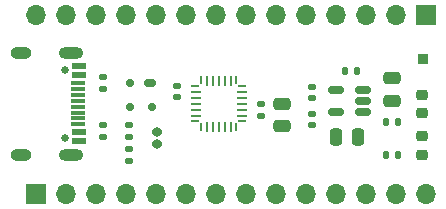
<source format=gbr>
%TF.GenerationSoftware,KiCad,Pcbnew,8.0.8*%
%TF.CreationDate,2025-02-10T14:02:50+00:00*%
%TF.ProjectId,stm32c071devboard,73746d33-3263-4303-9731-646576626f61,rev?*%
%TF.SameCoordinates,Original*%
%TF.FileFunction,Soldermask,Top*%
%TF.FilePolarity,Negative*%
%FSLAX46Y46*%
G04 Gerber Fmt 4.6, Leading zero omitted, Abs format (unit mm)*
G04 Created by KiCad (PCBNEW 8.0.8) date 2025-02-10 14:02:50*
%MOMM*%
%LPD*%
G01*
G04 APERTURE LIST*
G04 Aperture macros list*
%AMRoundRect*
0 Rectangle with rounded corners*
0 $1 Rounding radius*
0 $2 $3 $4 $5 $6 $7 $8 $9 X,Y pos of 4 corners*
0 Add a 4 corners polygon primitive as box body*
4,1,4,$2,$3,$4,$5,$6,$7,$8,$9,$2,$3,0*
0 Add four circle primitives for the rounded corners*
1,1,$1+$1,$2,$3*
1,1,$1+$1,$4,$5*
1,1,$1+$1,$6,$7*
1,1,$1+$1,$8,$9*
0 Add four rect primitives between the rounded corners*
20,1,$1+$1,$2,$3,$4,$5,0*
20,1,$1+$1,$4,$5,$6,$7,0*
20,1,$1+$1,$6,$7,$8,$9,0*
20,1,$1+$1,$8,$9,$2,$3,0*%
%AMFreePoly0*
4,1,14,0.230680,0.111820,0.364320,-0.021820,0.377500,-0.053640,0.377500,-0.080000,0.364320,-0.111820,0.332500,-0.125000,-0.332500,-0.125000,-0.364320,-0.111820,-0.377500,-0.080000,-0.377500,0.080000,-0.364320,0.111820,-0.332500,0.125000,0.198860,0.125000,0.230680,0.111820,0.230680,0.111820,$1*%
%AMFreePoly1*
4,1,14,0.364320,0.111820,0.377500,0.080000,0.377500,0.053640,0.364320,0.021820,0.230680,-0.111820,0.198860,-0.125000,-0.332500,-0.125000,-0.364320,-0.111820,-0.377500,-0.080000,-0.377500,0.080000,-0.364320,0.111820,-0.332500,0.125000,0.332500,0.125000,0.364320,0.111820,0.364320,0.111820,$1*%
%AMFreePoly2*
4,1,14,0.111820,0.364320,0.125000,0.332500,0.125000,-0.332500,0.111820,-0.364320,0.080000,-0.377500,-0.080000,-0.377500,-0.111820,-0.364320,-0.125000,-0.332500,-0.125000,0.198860,-0.111820,0.230680,0.021820,0.364320,0.053640,0.377500,0.080000,0.377500,0.111820,0.364320,0.111820,0.364320,$1*%
%AMFreePoly3*
4,1,14,-0.021820,0.364320,0.111820,0.230680,0.125000,0.198860,0.125000,-0.332500,0.111820,-0.364320,0.080000,-0.377500,-0.080000,-0.377500,-0.111820,-0.364320,-0.125000,-0.332500,-0.125000,0.332500,-0.111820,0.364320,-0.080000,0.377500,-0.053640,0.377500,-0.021820,0.364320,-0.021820,0.364320,$1*%
%AMFreePoly4*
4,1,14,0.364320,0.111820,0.377500,0.080000,0.377500,-0.080000,0.364320,-0.111820,0.332500,-0.125000,-0.198860,-0.125000,-0.230680,-0.111820,-0.364320,0.021820,-0.377500,0.053640,-0.377500,0.080000,-0.364320,0.111820,-0.332500,0.125000,0.332500,0.125000,0.364320,0.111820,0.364320,0.111820,$1*%
%AMFreePoly5*
4,1,14,0.364320,0.111820,0.377500,0.080000,0.377500,-0.080000,0.364320,-0.111820,0.332500,-0.125000,-0.332500,-0.125000,-0.364320,-0.111820,-0.377500,-0.080000,-0.377500,-0.053640,-0.364320,-0.021820,-0.230680,0.111820,-0.198860,0.125000,0.332500,0.125000,0.364320,0.111820,0.364320,0.111820,$1*%
%AMFreePoly6*
4,1,14,0.111820,0.364320,0.125000,0.332500,0.125000,-0.198860,0.111820,-0.230680,-0.021820,-0.364320,-0.053640,-0.377500,-0.080000,-0.377500,-0.111820,-0.364320,-0.125000,-0.332500,-0.125000,0.332500,-0.111820,0.364320,-0.080000,0.377500,0.080000,0.377500,0.111820,0.364320,0.111820,0.364320,$1*%
%AMFreePoly7*
4,1,14,0.111820,0.364320,0.125000,0.332500,0.125000,-0.332500,0.111820,-0.364320,0.080000,-0.377500,0.053640,-0.377500,0.021820,-0.364320,-0.111820,-0.230680,-0.125000,-0.198860,-0.125000,0.332500,-0.111820,0.364320,-0.080000,0.377500,0.080000,0.377500,0.111820,0.364320,0.111820,0.364320,$1*%
G04 Aperture macros list end*
%ADD10RoundRect,0.140000X0.170000X-0.140000X0.170000X0.140000X-0.170000X0.140000X-0.170000X-0.140000X0*%
%ADD11RoundRect,0.250000X0.475000X-0.250000X0.475000X0.250000X-0.475000X0.250000X-0.475000X-0.250000X0*%
%ADD12FreePoly0,180.000000*%
%ADD13RoundRect,0.062500X0.375000X0.062500X-0.375000X0.062500X-0.375000X-0.062500X0.375000X-0.062500X0*%
%ADD14FreePoly1,180.000000*%
%ADD15FreePoly2,180.000000*%
%ADD16RoundRect,0.062500X0.062500X0.375000X-0.062500X0.375000X-0.062500X-0.375000X0.062500X-0.375000X0*%
%ADD17FreePoly3,180.000000*%
%ADD18FreePoly4,180.000000*%
%ADD19FreePoly5,180.000000*%
%ADD20FreePoly6,180.000000*%
%ADD21FreePoly7,180.000000*%
%ADD22RoundRect,0.135000X0.185000X-0.135000X0.185000X0.135000X-0.185000X0.135000X-0.185000X-0.135000X0*%
%ADD23C,0.650000*%
%ADD24R,1.145000X0.600000*%
%ADD25R,1.240000X0.300000*%
%ADD26O,2.100000X1.000000*%
%ADD27O,1.800000X1.000000*%
%ADD28RoundRect,0.135000X-0.185000X0.135000X-0.185000X-0.135000X0.185000X-0.135000X0.185000X0.135000X0*%
%ADD29O,0.860000X0.770000*%
%ADD30RoundRect,0.250000X-0.250000X-0.475000X0.250000X-0.475000X0.250000X0.475000X-0.250000X0.475000X0*%
%ADD31RoundRect,0.135000X0.135000X0.185000X-0.135000X0.185000X-0.135000X-0.185000X0.135000X-0.185000X0*%
%ADD32R,1.700000X1.700000*%
%ADD33O,1.700000X1.700000*%
%ADD34RoundRect,0.140000X-0.170000X0.140000X-0.170000X-0.140000X0.170000X-0.140000X0.170000X0.140000X0*%
%ADD35RoundRect,0.150000X0.512500X0.150000X-0.512500X0.150000X-0.512500X-0.150000X0.512500X-0.150000X0*%
%ADD36RoundRect,0.218750X0.256250X-0.218750X0.256250X0.218750X-0.256250X0.218750X-0.256250X-0.218750X0*%
%ADD37RoundRect,0.175000X-0.325000X0.175000X-0.325000X-0.175000X0.325000X-0.175000X0.325000X0.175000X0*%
%ADD38RoundRect,0.150000X-0.150000X0.200000X-0.150000X-0.200000X0.150000X-0.200000X0.150000X0.200000X0*%
%ADD39R,0.850000X0.850000*%
%ADD40RoundRect,0.250000X-0.475000X0.250000X-0.475000X-0.250000X0.475000X-0.250000X0.475000X0.250000X0*%
G04 APERTURE END LIST*
D10*
%TO.C,C2*%
X101854000Y-66012000D03*
X101854000Y-65052000D03*
%TD*%
D11*
%TO.C,C5*%
X103660000Y-66924000D03*
X103660000Y-65024000D03*
%TD*%
D12*
%TO.C,U1*%
X100295500Y-66500000D03*
D13*
X100235500Y-66000000D03*
X100235500Y-65500000D03*
X100235500Y-65000000D03*
X100235500Y-64500000D03*
X100235500Y-64000000D03*
D14*
X100295500Y-63500000D03*
D15*
X99798000Y-63002500D03*
D16*
X99298000Y-63062500D03*
X98798000Y-63062500D03*
X98298000Y-63062500D03*
X97798000Y-63062500D03*
X97298000Y-63062500D03*
D17*
X96798000Y-63002500D03*
D18*
X96300500Y-63500000D03*
D13*
X96360500Y-64000000D03*
X96360500Y-64500000D03*
X96360500Y-65000000D03*
X96360500Y-65500000D03*
X96360500Y-66000000D03*
D19*
X96300500Y-66500000D03*
D20*
X96798000Y-66997500D03*
D16*
X97298000Y-66937500D03*
X97798000Y-66937500D03*
X98298000Y-66937500D03*
X98798000Y-66937500D03*
X99298000Y-66937500D03*
D21*
X99798000Y-66997500D03*
%TD*%
D22*
%TO.C,R3*%
X88500000Y-63758000D03*
X88500000Y-62738000D03*
%TD*%
D23*
%TO.C,J1*%
X85255000Y-62110000D03*
X85255000Y-67890000D03*
D24*
X86422500Y-61800000D03*
X86422500Y-62600000D03*
D25*
X86375000Y-63750000D03*
X86375000Y-64750000D03*
X86375000Y-65250000D03*
X86375000Y-66250000D03*
D24*
X86422500Y-67400000D03*
X86422500Y-68200000D03*
X86422500Y-68200000D03*
X86422500Y-67400000D03*
D25*
X86375000Y-66750000D03*
X86375000Y-65750000D03*
X86375000Y-64250000D03*
X86375000Y-63250000D03*
D24*
X86422500Y-62600000D03*
X86422500Y-61800000D03*
D26*
X85775000Y-60680000D03*
D27*
X81575000Y-60680000D03*
D26*
X85775000Y-69320000D03*
D27*
X81575000Y-69320000D03*
%TD*%
D28*
%TO.C,R7*%
X90678000Y-68832000D03*
X90678000Y-69852000D03*
%TD*%
D29*
%TO.C,J5*%
X93091000Y-67437000D03*
X93091000Y-68437000D03*
%TD*%
D30*
%TO.C,C3*%
X108204000Y-67818000D03*
X110104000Y-67818000D03*
%TD*%
D31*
%TO.C,R1*%
X113510000Y-69342000D03*
X112490000Y-69342000D03*
%TD*%
D32*
%TO.C,J2*%
X82804000Y-72644000D03*
D33*
X85344000Y-72644000D03*
X87884000Y-72644000D03*
X90424000Y-72644000D03*
X92964000Y-72644000D03*
X95504000Y-72644000D03*
X98044000Y-72644000D03*
X100584000Y-72644000D03*
X103124000Y-72644000D03*
X105664000Y-72644000D03*
X108204000Y-72644000D03*
X110744000Y-72644000D03*
X113284000Y-72644000D03*
X115824000Y-72644000D03*
%TD*%
D32*
%TO.C,J4*%
X115824000Y-57500000D03*
D33*
X113284000Y-57500000D03*
X110744000Y-57500000D03*
X108204000Y-57500000D03*
X105664000Y-57500000D03*
X103124000Y-57500000D03*
X100584000Y-57500000D03*
X98044000Y-57500000D03*
X95504000Y-57500000D03*
X92964000Y-57500000D03*
X90424000Y-57500000D03*
X87884000Y-57500000D03*
X85344000Y-57500000D03*
X82804000Y-57500000D03*
%TD*%
D34*
%TO.C,C7*%
X106172000Y-65842000D03*
X106172000Y-66802000D03*
%TD*%
D28*
%TO.C,R4*%
X90678000Y-66800000D03*
X90678000Y-67820000D03*
%TD*%
D35*
%TO.C,U3*%
X110500000Y-65718000D03*
X110500000Y-64768000D03*
X110500000Y-63818000D03*
X108225000Y-63818000D03*
X108225000Y-65718000D03*
%TD*%
D36*
%TO.C,D1*%
X115500000Y-69325000D03*
X115500000Y-67750000D03*
%TD*%
D37*
%TO.C,D2*%
X92460000Y-63246000D03*
D38*
X90760000Y-63246000D03*
X90760000Y-65246000D03*
X92660000Y-65246000D03*
%TD*%
D31*
%TO.C,R6*%
X109982000Y-62230000D03*
X108962000Y-62230000D03*
%TD*%
D34*
%TO.C,C6*%
X106172000Y-63556000D03*
X106172000Y-64516000D03*
%TD*%
D39*
%TO.C,J3*%
X115570000Y-61214000D03*
%TD*%
D36*
%TO.C,D3*%
X115500000Y-65825000D03*
X115500000Y-64250000D03*
%TD*%
D28*
%TO.C,R2*%
X88500000Y-66798000D03*
X88500000Y-67818000D03*
%TD*%
D10*
%TO.C,C4*%
X94742000Y-64460000D03*
X94742000Y-63500000D03*
%TD*%
D31*
%TO.C,R5*%
X113500000Y-66548000D03*
X112480000Y-66548000D03*
%TD*%
D40*
%TO.C,C1*%
X112975000Y-62850000D03*
X112975000Y-64750000D03*
%TD*%
M02*

</source>
